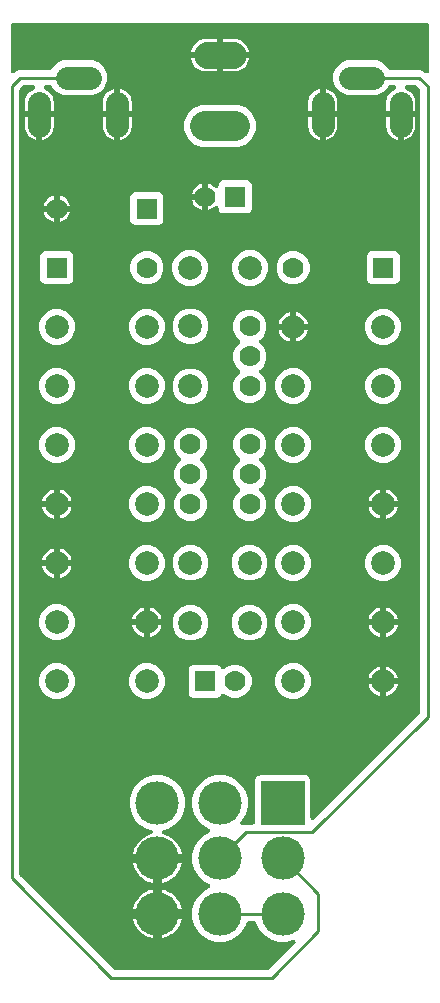
<source format=gbr>
G04 EAGLE Gerber RS-274X export*
G75*
%MOMM*%
%FSLAX34Y34*%
%LPD*%
%INTop Copper*%
%IPPOS*%
%AMOC8*
5,1,8,0,0,1.08239X$1,22.5*%
G01*
%ADD10C,2.000000*%
%ADD11R,1.778000X1.778000*%
%ADD12C,1.778000*%
%ADD13C,2.500000*%
%ADD14C,2.250000*%
%ADD15R,3.683000X3.683000*%
%ADD16C,3.683000*%
%ADD17C,1.930400*%
%ADD18C,0.254000*%

G36*
X230407Y25398D02*
X230407Y25398D01*
X230433Y25396D01*
X230607Y25418D01*
X230781Y25436D01*
X230806Y25444D01*
X230833Y25447D01*
X230998Y25503D01*
X231165Y25554D01*
X231189Y25567D01*
X231214Y25575D01*
X231366Y25662D01*
X231520Y25746D01*
X231540Y25763D01*
X231563Y25776D01*
X231816Y25991D01*
X253350Y47525D01*
X253397Y47581D01*
X253450Y47632D01*
X253524Y47737D01*
X253605Y47836D01*
X253640Y47901D01*
X253682Y47961D01*
X253734Y48079D01*
X253794Y48192D01*
X253815Y48262D01*
X253844Y48329D01*
X253872Y48455D01*
X253909Y48578D01*
X253915Y48651D01*
X253931Y48722D01*
X253934Y48851D01*
X253945Y48979D01*
X253937Y49052D01*
X253939Y49125D01*
X253916Y49251D01*
X253902Y49379D01*
X253880Y49449D01*
X253866Y49521D01*
X253819Y49640D01*
X253780Y49763D01*
X253745Y49827D01*
X253718Y49895D01*
X253648Y50003D01*
X253585Y50115D01*
X253538Y50171D01*
X253498Y50233D01*
X253408Y50324D01*
X253325Y50422D01*
X253267Y50468D01*
X253216Y50520D01*
X253110Y50592D01*
X253009Y50672D01*
X252944Y50705D01*
X252883Y50746D01*
X252765Y50796D01*
X252650Y50854D01*
X252579Y50874D01*
X252512Y50902D01*
X252386Y50928D01*
X252262Y50962D01*
X252189Y50968D01*
X252117Y50982D01*
X251989Y50982D01*
X251861Y50992D01*
X251788Y50982D01*
X251715Y50982D01*
X251548Y50952D01*
X251461Y50941D01*
X251430Y50931D01*
X251388Y50923D01*
X246093Y49504D01*
X239907Y49504D01*
X233931Y51105D01*
X228573Y54199D01*
X224199Y58573D01*
X221105Y63931D01*
X220781Y65144D01*
X220726Y65289D01*
X220678Y65436D01*
X220655Y65477D01*
X220638Y65520D01*
X220556Y65652D01*
X220480Y65787D01*
X220449Y65822D01*
X220425Y65862D01*
X220318Y65974D01*
X220217Y66092D01*
X220180Y66120D01*
X220148Y66154D01*
X220021Y66243D01*
X219899Y66338D01*
X219857Y66359D01*
X219819Y66386D01*
X219677Y66449D01*
X219538Y66518D01*
X219493Y66530D01*
X219450Y66548D01*
X219299Y66582D01*
X219149Y66622D01*
X219097Y66626D01*
X219057Y66635D01*
X218971Y66637D01*
X218818Y66649D01*
X214182Y66649D01*
X214027Y66634D01*
X213872Y66626D01*
X213827Y66614D01*
X213781Y66609D01*
X213633Y66564D01*
X213482Y66525D01*
X213441Y66505D01*
X213396Y66491D01*
X213260Y66417D01*
X213120Y66350D01*
X213083Y66322D01*
X213042Y66299D01*
X212923Y66200D01*
X212799Y66106D01*
X212768Y66072D01*
X212733Y66042D01*
X212636Y65921D01*
X212533Y65805D01*
X212510Y65764D01*
X212480Y65728D01*
X212409Y65591D01*
X212331Y65456D01*
X212313Y65407D01*
X212295Y65371D01*
X212271Y65288D01*
X212219Y65144D01*
X211895Y63931D01*
X208801Y58573D01*
X204427Y54199D01*
X199069Y51105D01*
X193093Y49504D01*
X186907Y49504D01*
X180931Y51105D01*
X175573Y54199D01*
X171199Y58573D01*
X168105Y63931D01*
X166504Y69907D01*
X166504Y76093D01*
X168105Y82069D01*
X171199Y87427D01*
X175573Y91801D01*
X180665Y94741D01*
X180721Y94781D01*
X180771Y94808D01*
X180821Y94850D01*
X180907Y94905D01*
X180947Y94943D01*
X180992Y94976D01*
X181061Y95050D01*
X181080Y95066D01*
X181101Y95092D01*
X181197Y95184D01*
X181228Y95230D01*
X181266Y95271D01*
X181343Y95395D01*
X181426Y95515D01*
X181448Y95566D01*
X181477Y95614D01*
X181527Y95751D01*
X181585Y95885D01*
X181597Y95939D01*
X181616Y95991D01*
X181638Y96136D01*
X181668Y96279D01*
X181669Y96335D01*
X181677Y96389D01*
X181671Y96535D01*
X181672Y96682D01*
X181662Y96736D01*
X181659Y96792D01*
X181624Y96933D01*
X181597Y97077D01*
X181576Y97129D01*
X181562Y97182D01*
X181500Y97314D01*
X181445Y97450D01*
X181414Y97496D01*
X181390Y97546D01*
X181303Y97663D01*
X181222Y97785D01*
X181183Y97825D01*
X181150Y97869D01*
X181041Y97967D01*
X180938Y98070D01*
X180886Y98106D01*
X180850Y98138D01*
X180778Y98181D01*
X180665Y98259D01*
X175573Y101199D01*
X171199Y105573D01*
X168105Y110931D01*
X166504Y116907D01*
X166504Y123093D01*
X168105Y129069D01*
X171199Y134427D01*
X175573Y138801D01*
X180665Y141741D01*
X180784Y141826D01*
X180907Y141905D01*
X180947Y141943D01*
X180992Y141976D01*
X181092Y142083D01*
X181197Y142184D01*
X181228Y142230D01*
X181266Y142271D01*
X181343Y142395D01*
X181426Y142515D01*
X181448Y142566D01*
X181477Y142614D01*
X181527Y142751D01*
X181585Y142885D01*
X181597Y142939D01*
X181616Y142991D01*
X181638Y143136D01*
X181668Y143279D01*
X181669Y143335D01*
X181677Y143389D01*
X181671Y143535D01*
X181672Y143682D01*
X181662Y143736D01*
X181659Y143792D01*
X181624Y143933D01*
X181597Y144077D01*
X181576Y144129D01*
X181562Y144182D01*
X181500Y144314D01*
X181445Y144450D01*
X181414Y144496D01*
X181390Y144546D01*
X181303Y144664D01*
X181222Y144785D01*
X181183Y144825D01*
X181150Y144869D01*
X181041Y144967D01*
X180938Y145070D01*
X180886Y145106D01*
X180850Y145138D01*
X180778Y145181D01*
X180665Y145259D01*
X175573Y148199D01*
X171199Y152573D01*
X168105Y157931D01*
X166504Y163907D01*
X166504Y170093D01*
X168105Y176069D01*
X171199Y181427D01*
X175573Y185801D01*
X180931Y188895D01*
X186907Y190496D01*
X193093Y190496D01*
X199069Y188895D01*
X204427Y185801D01*
X208801Y181427D01*
X211895Y176069D01*
X213496Y170093D01*
X213496Y163907D01*
X211895Y157931D01*
X208801Y152573D01*
X207647Y151419D01*
X207644Y151416D01*
X207640Y151412D01*
X207516Y151259D01*
X207392Y151108D01*
X207390Y151103D01*
X207387Y151100D01*
X207295Y150925D01*
X207204Y150752D01*
X207202Y150748D01*
X207200Y150743D01*
X207145Y150554D01*
X207089Y150366D01*
X207088Y150361D01*
X207087Y150357D01*
X207070Y150164D01*
X207052Y149965D01*
X207053Y149960D01*
X207052Y149956D01*
X207074Y149763D01*
X207096Y149565D01*
X207097Y149560D01*
X207098Y149556D01*
X207157Y149370D01*
X207217Y149181D01*
X207220Y149177D01*
X207221Y149172D01*
X207316Y149002D01*
X207412Y148829D01*
X207415Y148825D01*
X207418Y148821D01*
X207545Y148672D01*
X207673Y148522D01*
X207676Y148519D01*
X207679Y148515D01*
X207831Y148396D01*
X207988Y148272D01*
X207993Y148270D01*
X207997Y148267D01*
X208167Y148181D01*
X208347Y148090D01*
X208352Y148088D01*
X208356Y148086D01*
X208541Y148036D01*
X208735Y147982D01*
X208740Y147981D01*
X208745Y147980D01*
X208937Y147967D01*
X209137Y147952D01*
X209142Y147953D01*
X209146Y147953D01*
X209341Y147978D01*
X209536Y148003D01*
X209541Y148004D01*
X209546Y148005D01*
X209862Y148107D01*
X210913Y148542D01*
X212173Y148542D01*
X212174Y148542D01*
X213836Y148543D01*
X213843Y148542D01*
X217473Y148542D01*
X217491Y148544D01*
X217509Y148543D01*
X217691Y148564D01*
X217874Y148582D01*
X217891Y148587D01*
X217908Y148590D01*
X218083Y148646D01*
X218259Y148700D01*
X218274Y148709D01*
X218291Y148714D01*
X218451Y148805D01*
X218613Y148892D01*
X218626Y148904D01*
X218642Y148912D01*
X218781Y149033D01*
X218922Y149150D01*
X218933Y149164D01*
X218947Y149175D01*
X219059Y149320D01*
X219174Y149464D01*
X219182Y149479D01*
X219193Y149494D01*
X219275Y149658D01*
X219360Y149821D01*
X219365Y149838D01*
X219373Y149854D01*
X219420Y150032D01*
X219471Y150208D01*
X219473Y150226D01*
X219477Y150243D01*
X219504Y150574D01*
X219504Y186426D01*
X220278Y188293D01*
X221707Y189722D01*
X222583Y190085D01*
X223574Y190496D01*
X262426Y190496D01*
X264293Y189722D01*
X265722Y188293D01*
X266496Y186426D01*
X266496Y154574D01*
X266497Y154565D01*
X266496Y154556D01*
X266517Y154363D01*
X266536Y154173D01*
X266538Y154165D01*
X266539Y154156D01*
X266598Y153971D01*
X266654Y153789D01*
X266658Y153781D01*
X266661Y153772D01*
X266754Y153604D01*
X266846Y153434D01*
X266851Y153428D01*
X266856Y153420D01*
X266980Y153273D01*
X267103Y153125D01*
X267110Y153120D01*
X267116Y153113D01*
X267268Y152993D01*
X267417Y152873D01*
X267425Y152869D01*
X267432Y152863D01*
X267605Y152775D01*
X267774Y152687D01*
X267783Y152685D01*
X267791Y152681D01*
X267977Y152629D01*
X268161Y152576D01*
X268170Y152575D01*
X268179Y152573D01*
X268372Y152559D01*
X268563Y152543D01*
X268571Y152544D01*
X268580Y152543D01*
X268773Y152568D01*
X268962Y152590D01*
X268971Y152593D01*
X268980Y152594D01*
X269162Y152655D01*
X269345Y152715D01*
X269353Y152719D01*
X269361Y152722D01*
X269528Y152818D01*
X269696Y152913D01*
X269703Y152919D01*
X269710Y152923D01*
X269963Y153138D01*
X358906Y242081D01*
X358923Y242101D01*
X358943Y242119D01*
X359050Y242257D01*
X359161Y242392D01*
X359174Y242416D01*
X359190Y242437D01*
X359268Y242594D01*
X359350Y242748D01*
X359357Y242773D01*
X359369Y242797D01*
X359415Y242967D01*
X359465Y243134D01*
X359467Y243160D01*
X359474Y243186D01*
X359501Y243517D01*
X359501Y770262D01*
X359498Y770289D01*
X359500Y770316D01*
X359478Y770490D01*
X359461Y770663D01*
X359453Y770689D01*
X359450Y770715D01*
X359394Y770881D01*
X359343Y771048D01*
X359330Y771072D01*
X359322Y771097D01*
X359234Y771249D01*
X359151Y771402D01*
X359134Y771423D01*
X359121Y771446D01*
X358906Y771699D01*
X356536Y774069D01*
X356515Y774086D01*
X356497Y774107D01*
X356359Y774214D01*
X356224Y774324D01*
X356200Y774337D01*
X356179Y774354D01*
X356022Y774431D01*
X355869Y774513D01*
X355843Y774521D01*
X355818Y774533D01*
X355650Y774578D01*
X355483Y774628D01*
X355456Y774630D01*
X355430Y774637D01*
X355099Y774664D01*
X348858Y774662D01*
X348733Y774650D01*
X348607Y774646D01*
X348533Y774630D01*
X348457Y774622D01*
X348337Y774585D01*
X348214Y774557D01*
X348145Y774526D01*
X348072Y774504D01*
X347962Y774444D01*
X347847Y774392D01*
X347785Y774348D01*
X347718Y774312D01*
X347622Y774231D01*
X347519Y774158D01*
X347468Y774103D01*
X347409Y774054D01*
X347330Y773956D01*
X347244Y773864D01*
X347205Y773799D01*
X347157Y773740D01*
X347099Y773628D01*
X347033Y773521D01*
X347007Y773450D01*
X346972Y773383D01*
X346937Y773261D01*
X346893Y773144D01*
X346881Y773069D01*
X346860Y772996D01*
X346850Y772870D01*
X346831Y772746D01*
X346834Y772670D01*
X346828Y772595D01*
X346842Y772470D01*
X346848Y772344D01*
X346866Y772270D01*
X346875Y772195D01*
X346914Y772075D01*
X346944Y771953D01*
X346976Y771884D01*
X347000Y771812D01*
X347062Y771702D01*
X347115Y771588D01*
X347160Y771527D01*
X347198Y771461D01*
X347280Y771366D01*
X347355Y771265D01*
X347412Y771214D01*
X347461Y771157D01*
X347560Y771080D01*
X347654Y770995D01*
X347729Y770949D01*
X347779Y770910D01*
X347845Y770877D01*
X347936Y770821D01*
X349390Y770080D01*
X350943Y768952D01*
X352300Y767595D01*
X353428Y766042D01*
X354299Y764332D01*
X354892Y762507D01*
X355193Y760612D01*
X355193Y752499D01*
X343468Y752499D01*
X343450Y752497D01*
X343433Y752499D01*
X343250Y752478D01*
X343068Y752459D01*
X343051Y752454D01*
X343033Y752452D01*
X342992Y752439D01*
X342898Y752466D01*
X342880Y752468D01*
X342863Y752472D01*
X342532Y752499D01*
X330807Y752499D01*
X330807Y760612D01*
X331108Y762507D01*
X331701Y764332D01*
X332572Y766042D01*
X333700Y767595D01*
X335057Y768952D01*
X336610Y770080D01*
X338056Y770817D01*
X338162Y770885D01*
X338274Y770946D01*
X338332Y770994D01*
X338395Y771035D01*
X338486Y771123D01*
X338583Y771204D01*
X338630Y771262D01*
X338684Y771315D01*
X338756Y771419D01*
X338835Y771518D01*
X338870Y771584D01*
X338913Y771646D01*
X338962Y771763D01*
X339021Y771875D01*
X339041Y771947D01*
X339071Y772016D01*
X339097Y772140D01*
X339132Y772262D01*
X339138Y772337D01*
X339153Y772410D01*
X339154Y772537D01*
X339165Y772663D01*
X339156Y772738D01*
X339157Y772813D01*
X339133Y772937D01*
X339118Y773063D01*
X339094Y773135D01*
X339080Y773208D01*
X339032Y773325D01*
X338993Y773446D01*
X338956Y773511D01*
X338927Y773581D01*
X338857Y773686D01*
X338795Y773796D01*
X338746Y773853D01*
X338704Y773916D01*
X338614Y774005D01*
X338531Y774101D01*
X338472Y774147D01*
X338419Y774200D01*
X338313Y774270D01*
X338213Y774348D01*
X338146Y774381D01*
X338083Y774423D01*
X337966Y774470D01*
X337853Y774527D01*
X337780Y774546D01*
X337711Y774575D01*
X337586Y774598D01*
X337464Y774631D01*
X337377Y774638D01*
X337315Y774650D01*
X337242Y774649D01*
X337133Y774658D01*
X334328Y774657D01*
X334306Y774655D01*
X334284Y774657D01*
X334107Y774635D01*
X333927Y774617D01*
X333906Y774611D01*
X333885Y774608D01*
X333715Y774552D01*
X333542Y774499D01*
X333523Y774488D01*
X333502Y774482D01*
X333347Y774393D01*
X333189Y774307D01*
X333172Y774293D01*
X333153Y774282D01*
X333017Y774164D01*
X332879Y774049D01*
X332866Y774032D01*
X332849Y774018D01*
X332740Y773876D01*
X332627Y773735D01*
X332617Y773716D01*
X332604Y773699D01*
X332452Y773403D01*
X332142Y772655D01*
X327997Y768510D01*
X322583Y766267D01*
X297417Y766267D01*
X292003Y768510D01*
X287858Y772655D01*
X285615Y778069D01*
X285615Y783931D01*
X287858Y789345D01*
X292003Y793490D01*
X297417Y795733D01*
X322583Y795733D01*
X327997Y793490D01*
X332142Y789345D01*
X332445Y788613D01*
X332456Y788593D01*
X332463Y788571D01*
X332551Y788415D01*
X332635Y788258D01*
X332650Y788240D01*
X332661Y788221D01*
X332778Y788085D01*
X332892Y787947D01*
X332910Y787933D01*
X332924Y787916D01*
X333066Y787806D01*
X333205Y787694D01*
X333225Y787683D01*
X333242Y787669D01*
X333403Y787590D01*
X333561Y787507D01*
X333583Y787500D01*
X333603Y787490D01*
X333775Y787444D01*
X333947Y787394D01*
X333970Y787392D01*
X333992Y787386D01*
X334323Y787359D01*
X356902Y787366D01*
X356908Y787367D01*
X358531Y787367D01*
X358532Y787367D01*
X359832Y787367D01*
X360939Y786909D01*
X360940Y786909D01*
X360940Y786908D01*
X362167Y786401D01*
X363036Y785532D01*
X363036Y785531D01*
X363416Y785152D01*
X363423Y785146D01*
X363428Y785140D01*
X363578Y785019D01*
X363728Y784897D01*
X363735Y784893D01*
X363742Y784887D01*
X363911Y784799D01*
X364083Y784708D01*
X364092Y784706D01*
X364099Y784702D01*
X364283Y784649D01*
X364469Y784594D01*
X364478Y784593D01*
X364486Y784590D01*
X364679Y784575D01*
X364870Y784557D01*
X364879Y784558D01*
X364887Y784558D01*
X365079Y784580D01*
X365271Y784601D01*
X365279Y784603D01*
X365287Y784604D01*
X365471Y784664D01*
X365654Y784723D01*
X365662Y784727D01*
X365670Y784729D01*
X365839Y784824D01*
X366007Y784917D01*
X366013Y784923D01*
X366021Y784927D01*
X366167Y785053D01*
X366314Y785178D01*
X366319Y785185D01*
X366325Y785190D01*
X366443Y785342D01*
X366563Y785494D01*
X366567Y785502D01*
X366572Y785508D01*
X366657Y785680D01*
X366745Y785853D01*
X366748Y785861D01*
X366751Y785869D01*
X366802Y786057D01*
X366853Y786241D01*
X366854Y786249D01*
X366856Y786258D01*
X366883Y786589D01*
X366883Y825045D01*
X366881Y825063D01*
X366883Y825081D01*
X366861Y825263D01*
X366843Y825446D01*
X366838Y825463D01*
X366836Y825480D01*
X366779Y825655D01*
X366725Y825831D01*
X366717Y825846D01*
X366711Y825863D01*
X366621Y826023D01*
X366533Y826185D01*
X366522Y826198D01*
X366513Y826214D01*
X366393Y826353D01*
X366276Y826494D01*
X366262Y826505D01*
X366250Y826519D01*
X366105Y826631D01*
X365962Y826746D01*
X365946Y826754D01*
X365932Y826765D01*
X365767Y826847D01*
X365604Y826932D01*
X365587Y826937D01*
X365571Y826945D01*
X365393Y826993D01*
X365218Y827043D01*
X365200Y827045D01*
X365183Y827049D01*
X364852Y827076D01*
X14852Y827076D01*
X14834Y827075D01*
X14816Y827076D01*
X14634Y827055D01*
X14451Y827036D01*
X14434Y827031D01*
X14416Y827029D01*
X14242Y826972D01*
X14066Y826918D01*
X14051Y826910D01*
X14034Y826904D01*
X13873Y826814D01*
X13712Y826727D01*
X13699Y826715D01*
X13683Y826706D01*
X13544Y826586D01*
X13403Y826469D01*
X13392Y826455D01*
X13378Y826443D01*
X13266Y826298D01*
X13151Y826155D01*
X13142Y826139D01*
X13132Y826125D01*
X13050Y825960D01*
X12965Y825798D01*
X12960Y825781D01*
X12952Y825765D01*
X12904Y825586D01*
X12854Y825411D01*
X12852Y825393D01*
X12848Y825376D01*
X12821Y825045D01*
X12821Y786899D01*
X12821Y786890D01*
X12821Y786881D01*
X12842Y786687D01*
X12861Y786498D01*
X12863Y786490D01*
X12864Y786481D01*
X12923Y786296D01*
X12979Y786113D01*
X12983Y786106D01*
X12985Y786097D01*
X13078Y785930D01*
X13170Y785759D01*
X13176Y785753D01*
X13180Y785745D01*
X13305Y785597D01*
X13428Y785450D01*
X13435Y785445D01*
X13441Y785438D01*
X13592Y785318D01*
X13742Y785198D01*
X13750Y785194D01*
X13757Y785188D01*
X13929Y785101D01*
X14099Y785012D01*
X14108Y785010D01*
X14115Y785006D01*
X14301Y784954D01*
X14486Y784901D01*
X14495Y784900D01*
X14503Y784898D01*
X14695Y784884D01*
X14887Y784868D01*
X14896Y784869D01*
X14905Y784868D01*
X15097Y784893D01*
X15287Y784915D01*
X15296Y784918D01*
X15304Y784919D01*
X15487Y784980D01*
X15670Y785040D01*
X15678Y785044D01*
X15686Y785047D01*
X15852Y785142D01*
X16021Y785238D01*
X16027Y785243D01*
X16035Y785248D01*
X16288Y785462D01*
X16391Y785565D01*
X17223Y786398D01*
X18427Y786896D01*
X18428Y786896D01*
X19558Y787364D01*
X20833Y787364D01*
X22450Y787364D01*
X22451Y787364D01*
X22452Y787364D01*
X22482Y787364D01*
X22488Y787363D01*
X45677Y787357D01*
X45699Y787360D01*
X45722Y787358D01*
X45899Y787379D01*
X46078Y787397D01*
X46099Y787404D01*
X46122Y787406D01*
X46291Y787462D01*
X46462Y787515D01*
X46482Y787526D01*
X46504Y787533D01*
X46659Y787621D01*
X46817Y787707D01*
X46834Y787721D01*
X46853Y787732D01*
X46989Y787850D01*
X47126Y787964D01*
X47140Y787982D01*
X47157Y787997D01*
X47266Y788139D01*
X47378Y788278D01*
X47389Y788298D01*
X47402Y788316D01*
X47554Y788611D01*
X47858Y789345D01*
X52003Y793490D01*
X57417Y795733D01*
X82583Y795733D01*
X87997Y793490D01*
X92142Y789345D01*
X94385Y783931D01*
X94385Y778069D01*
X92142Y772655D01*
X87997Y768510D01*
X82583Y766267D01*
X57417Y766267D01*
X52003Y768510D01*
X47858Y772655D01*
X47549Y773402D01*
X47538Y773421D01*
X47531Y773442D01*
X47443Y773599D01*
X47358Y773757D01*
X47344Y773774D01*
X47334Y773793D01*
X47216Y773929D01*
X47102Y774067D01*
X47085Y774081D01*
X47071Y774098D01*
X46929Y774208D01*
X46789Y774321D01*
X46770Y774331D01*
X46752Y774345D01*
X46591Y774425D01*
X46433Y774508D01*
X46412Y774514D01*
X46392Y774524D01*
X46218Y774571D01*
X46046Y774621D01*
X46025Y774623D01*
X46003Y774629D01*
X45673Y774656D01*
X42870Y774657D01*
X42744Y774644D01*
X42617Y774641D01*
X42544Y774624D01*
X42469Y774617D01*
X42348Y774580D01*
X42225Y774552D01*
X42156Y774521D01*
X42084Y774499D01*
X41973Y774438D01*
X41858Y774387D01*
X41797Y774343D01*
X41730Y774307D01*
X41633Y774226D01*
X41530Y774152D01*
X41479Y774097D01*
X41421Y774049D01*
X41342Y773951D01*
X41255Y773858D01*
X41216Y773794D01*
X41169Y773736D01*
X41110Y773623D01*
X41044Y773516D01*
X41018Y773445D01*
X40983Y773378D01*
X40948Y773257D01*
X40904Y773138D01*
X40892Y773064D01*
X40872Y772992D01*
X40861Y772865D01*
X40841Y772740D01*
X40845Y772665D01*
X40839Y772590D01*
X40853Y772465D01*
X40859Y772338D01*
X40877Y772265D01*
X40885Y772190D01*
X40925Y772070D01*
X40955Y771947D01*
X40987Y771879D01*
X41010Y771808D01*
X41072Y771697D01*
X41126Y771583D01*
X41171Y771522D01*
X41208Y771457D01*
X41291Y771361D01*
X41366Y771259D01*
X41422Y771209D01*
X41471Y771152D01*
X41571Y771075D01*
X41665Y770990D01*
X41739Y770944D01*
X41789Y770905D01*
X41855Y770873D01*
X41947Y770815D01*
X43390Y770080D01*
X44943Y768952D01*
X46300Y767595D01*
X47428Y766042D01*
X48299Y764332D01*
X48892Y762507D01*
X49193Y760612D01*
X49193Y752499D01*
X37468Y752499D01*
X37450Y752497D01*
X37433Y752499D01*
X37250Y752478D01*
X37068Y752459D01*
X37051Y752454D01*
X37033Y752452D01*
X36992Y752439D01*
X36898Y752466D01*
X36880Y752468D01*
X36863Y752472D01*
X36532Y752499D01*
X24807Y752499D01*
X24807Y760612D01*
X25108Y762507D01*
X25701Y764332D01*
X26572Y766042D01*
X27700Y767595D01*
X29057Y768952D01*
X30610Y770080D01*
X32059Y770819D01*
X32165Y770887D01*
X32276Y770947D01*
X32334Y770995D01*
X32398Y771036D01*
X32488Y771124D01*
X32585Y771204D01*
X32633Y771263D01*
X32687Y771316D01*
X32759Y771420D01*
X32838Y771518D01*
X32872Y771585D01*
X32915Y771648D01*
X32965Y771764D01*
X33023Y771875D01*
X33044Y771948D01*
X33074Y772018D01*
X33100Y772141D01*
X33135Y772262D01*
X33141Y772338D01*
X33156Y772412D01*
X33157Y772538D01*
X33168Y772663D01*
X33159Y772739D01*
X33159Y772814D01*
X33135Y772938D01*
X33121Y773063D01*
X33097Y773135D01*
X33083Y773210D01*
X33035Y773326D01*
X32996Y773446D01*
X32959Y773512D01*
X32930Y773582D01*
X32860Y773687D01*
X32798Y773797D01*
X32749Y773854D01*
X32707Y773917D01*
X32618Y774006D01*
X32535Y774102D01*
X32475Y774148D01*
X32422Y774201D01*
X32317Y774271D01*
X32217Y774348D01*
X32149Y774382D01*
X32086Y774424D01*
X31970Y774472D01*
X31857Y774528D01*
X31784Y774547D01*
X31713Y774576D01*
X31590Y774600D01*
X31468Y774632D01*
X31380Y774640D01*
X31318Y774652D01*
X31245Y774651D01*
X31137Y774660D01*
X24292Y774662D01*
X24265Y774659D01*
X24238Y774661D01*
X24064Y774639D01*
X23891Y774622D01*
X23865Y774614D01*
X23838Y774610D01*
X23673Y774555D01*
X23506Y774504D01*
X23482Y774491D01*
X23457Y774482D01*
X23305Y774395D01*
X23152Y774312D01*
X23131Y774295D01*
X23108Y774281D01*
X22855Y774067D01*
X20798Y772009D01*
X20781Y771989D01*
X20760Y771971D01*
X20653Y771833D01*
X20542Y771698D01*
X20530Y771674D01*
X20514Y771653D01*
X20435Y771496D01*
X20354Y771342D01*
X20346Y771317D01*
X20334Y771293D01*
X20289Y771123D01*
X20239Y770956D01*
X20237Y770930D01*
X20230Y770904D01*
X20203Y770573D01*
X20203Y106517D01*
X20205Y106490D01*
X20203Y106464D01*
X20225Y106290D01*
X20242Y106116D01*
X20250Y106091D01*
X20254Y106064D01*
X20309Y105899D01*
X20361Y105731D01*
X20373Y105708D01*
X20382Y105683D01*
X20469Y105531D01*
X20552Y105377D01*
X20569Y105357D01*
X20583Y105334D01*
X20798Y105081D01*
X99887Y25991D01*
X99908Y25974D01*
X99926Y25954D01*
X100064Y25846D01*
X100199Y25736D01*
X100223Y25723D01*
X100244Y25707D01*
X100401Y25629D01*
X100555Y25547D01*
X100580Y25539D01*
X100604Y25527D01*
X100774Y25482D01*
X100941Y25432D01*
X100967Y25430D01*
X100993Y25423D01*
X101324Y25396D01*
X230380Y25396D01*
X230407Y25398D01*
G37*
%LPC*%
G36*
X136999Y119999D02*
X136999Y119999D01*
X136999Y122032D01*
X136997Y122050D01*
X136999Y122067D01*
X136977Y122250D01*
X136959Y122433D01*
X136954Y122450D01*
X136952Y122467D01*
X136895Y122642D01*
X136841Y122817D01*
X136833Y122833D01*
X136827Y122850D01*
X136737Y123010D01*
X136649Y123172D01*
X136638Y123185D01*
X136629Y123201D01*
X136509Y123340D01*
X136392Y123481D01*
X136378Y123492D01*
X136366Y123505D01*
X136221Y123618D01*
X136078Y123733D01*
X136062Y123741D01*
X136048Y123752D01*
X135883Y123834D01*
X135720Y123919D01*
X135703Y123924D01*
X135687Y123932D01*
X135509Y123979D01*
X135334Y124030D01*
X135316Y124031D01*
X135299Y124036D01*
X134968Y124063D01*
X116398Y124063D01*
X116403Y124097D01*
X117114Y126750D01*
X118165Y129288D01*
X119539Y131667D01*
X121211Y133847D01*
X123153Y135789D01*
X125333Y137461D01*
X127712Y138835D01*
X130249Y139886D01*
X131507Y140223D01*
X131576Y140249D01*
X131647Y140266D01*
X131764Y140320D01*
X131884Y140365D01*
X131946Y140404D01*
X132012Y140435D01*
X132116Y140511D01*
X132225Y140579D01*
X132278Y140629D01*
X132337Y140673D01*
X132424Y140768D01*
X132517Y140856D01*
X132560Y140916D01*
X132609Y140970D01*
X132675Y141080D01*
X132749Y141185D01*
X132779Y141252D01*
X132817Y141315D01*
X132860Y141436D01*
X132912Y141553D01*
X132928Y141625D01*
X132952Y141694D01*
X132971Y141821D01*
X132999Y141947D01*
X133000Y142020D01*
X133011Y142092D01*
X133004Y142221D01*
X133006Y142349D01*
X132993Y142421D01*
X132989Y142494D01*
X132957Y142619D01*
X132934Y142745D01*
X132907Y142813D01*
X132889Y142884D01*
X132833Y143000D01*
X132785Y143119D01*
X132745Y143181D01*
X132713Y143247D01*
X132636Y143349D01*
X132566Y143457D01*
X132514Y143509D01*
X132470Y143567D01*
X132373Y143653D01*
X132284Y143744D01*
X132223Y143785D01*
X132168Y143834D01*
X132057Y143898D01*
X131951Y143970D01*
X131883Y143999D01*
X131820Y144035D01*
X131660Y144093D01*
X131579Y144126D01*
X131547Y144133D01*
X131507Y144147D01*
X127931Y145105D01*
X122573Y148199D01*
X118199Y152573D01*
X115105Y157931D01*
X113504Y163907D01*
X113504Y170093D01*
X115105Y176069D01*
X118199Y181427D01*
X122573Y185801D01*
X127931Y188895D01*
X133907Y190496D01*
X140093Y190496D01*
X146069Y188895D01*
X151427Y185801D01*
X155801Y181427D01*
X158895Y176069D01*
X160496Y170093D01*
X160496Y163907D01*
X158895Y157931D01*
X155801Y152573D01*
X151427Y148199D01*
X146069Y145105D01*
X142493Y144147D01*
X142424Y144121D01*
X142353Y144104D01*
X142236Y144050D01*
X142116Y144005D01*
X142054Y143966D01*
X141988Y143935D01*
X141884Y143859D01*
X141775Y143791D01*
X141722Y143741D01*
X141663Y143698D01*
X141576Y143603D01*
X141483Y143514D01*
X141440Y143455D01*
X141391Y143400D01*
X141325Y143291D01*
X141251Y143185D01*
X141221Y143118D01*
X141183Y143056D01*
X141140Y142935D01*
X141088Y142817D01*
X141072Y142746D01*
X141048Y142677D01*
X141029Y142549D01*
X141001Y142424D01*
X141000Y142351D01*
X140989Y142278D01*
X140996Y142150D01*
X140994Y142021D01*
X141007Y141949D01*
X141011Y141876D01*
X141043Y141751D01*
X141066Y141625D01*
X141093Y141557D01*
X141111Y141486D01*
X141167Y141371D01*
X141215Y141251D01*
X141255Y141190D01*
X141287Y141124D01*
X141364Y141021D01*
X141434Y140914D01*
X141486Y140861D01*
X141530Y140803D01*
X141627Y140718D01*
X141716Y140626D01*
X141777Y140585D01*
X141832Y140537D01*
X141943Y140472D01*
X142049Y140400D01*
X142117Y140372D01*
X142180Y140335D01*
X142340Y140278D01*
X142421Y140244D01*
X142453Y140237D01*
X142493Y140223D01*
X143751Y139886D01*
X146288Y138835D01*
X148667Y137461D01*
X150847Y135789D01*
X152789Y133847D01*
X154461Y131667D01*
X155835Y129288D01*
X156886Y126750D01*
X157597Y124097D01*
X157602Y124063D01*
X139032Y124063D01*
X139014Y124061D01*
X138997Y124063D01*
X138814Y124041D01*
X138632Y124023D01*
X138614Y124018D01*
X138597Y124016D01*
X138422Y123959D01*
X138247Y123905D01*
X138231Y123897D01*
X138214Y123891D01*
X138054Y123801D01*
X137893Y123713D01*
X137879Y123702D01*
X137863Y123693D01*
X137724Y123573D01*
X137583Y123456D01*
X137572Y123442D01*
X137559Y123430D01*
X137446Y123285D01*
X137331Y123142D01*
X137323Y123126D01*
X137312Y123112D01*
X137230Y122947D01*
X137145Y122785D01*
X137141Y122768D01*
X137133Y122751D01*
X137085Y122573D01*
X137034Y122398D01*
X137033Y122380D01*
X137028Y122363D01*
X137001Y122032D01*
X137001Y119999D01*
X136999Y119999D01*
G37*
%LPD*%
%LPC*%
G36*
X174003Y722419D02*
X174003Y722419D01*
X167541Y725096D01*
X162596Y730041D01*
X159919Y736503D01*
X159919Y743497D01*
X162596Y749959D01*
X167541Y754904D01*
X172127Y756804D01*
X174003Y757581D01*
X205997Y757581D01*
X212459Y754904D01*
X217404Y749959D01*
X220081Y743497D01*
X220081Y736503D01*
X217404Y730041D01*
X212459Y725096D01*
X205997Y722419D01*
X174003Y722419D01*
G37*
%LPD*%
%LPC*%
G36*
X212221Y505629D02*
X212221Y505629D01*
X207086Y507756D01*
X203156Y511686D01*
X201029Y516821D01*
X201029Y522379D01*
X203156Y527514D01*
X206506Y530864D01*
X206517Y530878D01*
X206531Y530889D01*
X206645Y531033D01*
X206761Y531175D01*
X206770Y531191D01*
X206781Y531205D01*
X206864Y531369D01*
X206950Y531531D01*
X206955Y531548D01*
X206963Y531564D01*
X207012Y531741D01*
X207065Y531917D01*
X207066Y531935D01*
X207071Y531952D01*
X207084Y532135D01*
X207101Y532318D01*
X207099Y532336D01*
X207100Y532353D01*
X207077Y532535D01*
X207058Y532718D01*
X207052Y532735D01*
X207050Y532753D01*
X206992Y532927D01*
X206936Y533102D01*
X206927Y533118D01*
X206922Y533134D01*
X206830Y533294D01*
X206741Y533454D01*
X206730Y533468D01*
X206721Y533483D01*
X206506Y533736D01*
X203156Y537086D01*
X201029Y542221D01*
X201029Y547779D01*
X203156Y552914D01*
X206506Y556264D01*
X206517Y556278D01*
X206531Y556289D01*
X206645Y556433D01*
X206761Y556575D01*
X206770Y556591D01*
X206781Y556605D01*
X206864Y556769D01*
X206950Y556931D01*
X206955Y556948D01*
X206963Y556964D01*
X207012Y557141D01*
X207065Y557317D01*
X207066Y557335D01*
X207071Y557352D01*
X207084Y557535D01*
X207101Y557718D01*
X207099Y557736D01*
X207100Y557753D01*
X207077Y557935D01*
X207058Y558118D01*
X207052Y558135D01*
X207050Y558153D01*
X206992Y558327D01*
X206936Y558502D01*
X206927Y558518D01*
X206922Y558534D01*
X206830Y558694D01*
X206741Y558854D01*
X206730Y558868D01*
X206721Y558883D01*
X206506Y559136D01*
X203156Y562486D01*
X201029Y567621D01*
X201029Y573179D01*
X203156Y578314D01*
X207086Y582244D01*
X212221Y584371D01*
X217779Y584371D01*
X222914Y582244D01*
X226844Y578314D01*
X228971Y573179D01*
X228971Y567621D01*
X226844Y562486D01*
X223494Y559136D01*
X223483Y559123D01*
X223469Y559111D01*
X223355Y558967D01*
X223239Y558825D01*
X223230Y558809D01*
X223219Y558795D01*
X223136Y558631D01*
X223050Y558469D01*
X223045Y558452D01*
X223037Y558436D01*
X222988Y558259D01*
X222935Y558083D01*
X222934Y558065D01*
X222929Y558048D01*
X222916Y557865D01*
X222899Y557682D01*
X222901Y557664D01*
X222900Y557647D01*
X222923Y557465D01*
X222942Y557282D01*
X222948Y557265D01*
X222950Y557247D01*
X223008Y557074D01*
X223064Y556898D01*
X223073Y556882D01*
X223078Y556866D01*
X223170Y556706D01*
X223259Y556546D01*
X223270Y556532D01*
X223279Y556517D01*
X223494Y556264D01*
X226844Y552914D01*
X228971Y547779D01*
X228971Y542221D01*
X226844Y537086D01*
X223494Y533736D01*
X223483Y533723D01*
X223469Y533711D01*
X223355Y533567D01*
X223239Y533425D01*
X223230Y533409D01*
X223219Y533395D01*
X223136Y533231D01*
X223050Y533069D01*
X223045Y533052D01*
X223037Y533036D01*
X222988Y532858D01*
X222935Y532683D01*
X222934Y532665D01*
X222929Y532648D01*
X222916Y532465D01*
X222899Y532282D01*
X222901Y532264D01*
X222900Y532247D01*
X222923Y532065D01*
X222942Y531882D01*
X222948Y531865D01*
X222950Y531847D01*
X223008Y531674D01*
X223064Y531498D01*
X223073Y531482D01*
X223078Y531466D01*
X223170Y531306D01*
X223259Y531146D01*
X223270Y531132D01*
X223279Y531117D01*
X223494Y530864D01*
X226844Y527514D01*
X228971Y522379D01*
X228971Y516821D01*
X226844Y511686D01*
X222914Y507756D01*
X217779Y505629D01*
X212221Y505629D01*
G37*
%LPD*%
%LPC*%
G36*
X212221Y405629D02*
X212221Y405629D01*
X207086Y407756D01*
X203156Y411686D01*
X201029Y416821D01*
X201029Y422379D01*
X203156Y427514D01*
X206506Y430864D01*
X206517Y430878D01*
X206531Y430889D01*
X206645Y431033D01*
X206761Y431175D01*
X206770Y431191D01*
X206781Y431205D01*
X206864Y431369D01*
X206950Y431531D01*
X206955Y431548D01*
X206963Y431564D01*
X207012Y431741D01*
X207065Y431917D01*
X207066Y431935D01*
X207071Y431952D01*
X207084Y432135D01*
X207101Y432318D01*
X207099Y432336D01*
X207100Y432353D01*
X207077Y432535D01*
X207058Y432718D01*
X207052Y432735D01*
X207050Y432753D01*
X206992Y432927D01*
X206936Y433102D01*
X206927Y433118D01*
X206922Y433134D01*
X206830Y433294D01*
X206741Y433454D01*
X206730Y433468D01*
X206721Y433483D01*
X206506Y433736D01*
X203156Y437086D01*
X201029Y442221D01*
X201029Y447779D01*
X203156Y452914D01*
X206506Y456264D01*
X206517Y456278D01*
X206531Y456289D01*
X206645Y456433D01*
X206761Y456575D01*
X206770Y456591D01*
X206781Y456605D01*
X206864Y456769D01*
X206950Y456931D01*
X206955Y456948D01*
X206963Y456964D01*
X207012Y457141D01*
X207065Y457317D01*
X207066Y457335D01*
X207071Y457352D01*
X207084Y457535D01*
X207101Y457718D01*
X207099Y457736D01*
X207100Y457753D01*
X207077Y457935D01*
X207058Y458118D01*
X207052Y458135D01*
X207050Y458153D01*
X206992Y458327D01*
X206936Y458502D01*
X206927Y458518D01*
X206922Y458534D01*
X206830Y458694D01*
X206741Y458854D01*
X206730Y458868D01*
X206721Y458883D01*
X206506Y459136D01*
X203156Y462486D01*
X201029Y467621D01*
X201029Y473179D01*
X203156Y478314D01*
X207086Y482244D01*
X212221Y484371D01*
X217779Y484371D01*
X222914Y482244D01*
X226844Y478314D01*
X228971Y473179D01*
X228971Y467621D01*
X226844Y462486D01*
X223494Y459136D01*
X223483Y459123D01*
X223469Y459111D01*
X223355Y458967D01*
X223239Y458825D01*
X223230Y458809D01*
X223219Y458795D01*
X223136Y458631D01*
X223050Y458469D01*
X223045Y458452D01*
X223037Y458436D01*
X222988Y458259D01*
X222935Y458083D01*
X222934Y458065D01*
X222929Y458048D01*
X222916Y457865D01*
X222899Y457682D01*
X222901Y457664D01*
X222900Y457647D01*
X222923Y457465D01*
X222942Y457282D01*
X222948Y457265D01*
X222950Y457247D01*
X223008Y457074D01*
X223064Y456898D01*
X223073Y456882D01*
X223078Y456866D01*
X223170Y456706D01*
X223259Y456546D01*
X223270Y456532D01*
X223279Y456517D01*
X223494Y456264D01*
X226844Y452914D01*
X228971Y447779D01*
X228971Y442221D01*
X226844Y437086D01*
X223494Y433736D01*
X223483Y433723D01*
X223469Y433711D01*
X223355Y433567D01*
X223239Y433425D01*
X223230Y433409D01*
X223219Y433395D01*
X223136Y433231D01*
X223050Y433069D01*
X223045Y433052D01*
X223037Y433036D01*
X222988Y432859D01*
X222935Y432683D01*
X222934Y432665D01*
X222929Y432648D01*
X222916Y432465D01*
X222899Y432282D01*
X222901Y432264D01*
X222900Y432247D01*
X222923Y432065D01*
X222942Y431882D01*
X222948Y431865D01*
X222950Y431847D01*
X223008Y431674D01*
X223064Y431498D01*
X223073Y431482D01*
X223078Y431466D01*
X223170Y431306D01*
X223259Y431146D01*
X223270Y431132D01*
X223279Y431117D01*
X223494Y430864D01*
X226844Y427514D01*
X228971Y422379D01*
X228971Y416821D01*
X226844Y411686D01*
X222914Y407756D01*
X217779Y405629D01*
X212221Y405629D01*
G37*
%LPD*%
%LPC*%
G36*
X162221Y405629D02*
X162221Y405629D01*
X157086Y407756D01*
X153156Y411686D01*
X151029Y416821D01*
X151029Y422379D01*
X153156Y427514D01*
X156506Y430864D01*
X156517Y430878D01*
X156531Y430889D01*
X156645Y431033D01*
X156761Y431175D01*
X156770Y431191D01*
X156781Y431205D01*
X156864Y431369D01*
X156950Y431531D01*
X156955Y431548D01*
X156963Y431564D01*
X157012Y431741D01*
X157065Y431917D01*
X157066Y431935D01*
X157071Y431952D01*
X157084Y432135D01*
X157101Y432318D01*
X157099Y432336D01*
X157100Y432353D01*
X157077Y432535D01*
X157058Y432718D01*
X157052Y432735D01*
X157050Y432753D01*
X156992Y432927D01*
X156936Y433102D01*
X156927Y433118D01*
X156922Y433134D01*
X156830Y433294D01*
X156741Y433454D01*
X156730Y433468D01*
X156721Y433483D01*
X156506Y433736D01*
X153156Y437086D01*
X151029Y442221D01*
X151029Y447779D01*
X153156Y452914D01*
X156506Y456264D01*
X156517Y456277D01*
X156531Y456289D01*
X156645Y456433D01*
X156761Y456575D01*
X156770Y456591D01*
X156781Y456605D01*
X156864Y456769D01*
X156950Y456931D01*
X156955Y456948D01*
X156963Y456964D01*
X157012Y457141D01*
X157065Y457317D01*
X157066Y457335D01*
X157071Y457352D01*
X157084Y457535D01*
X157101Y457718D01*
X157099Y457736D01*
X157100Y457753D01*
X157077Y457935D01*
X157058Y458118D01*
X157052Y458135D01*
X157050Y458153D01*
X156992Y458326D01*
X156936Y458502D01*
X156927Y458518D01*
X156922Y458534D01*
X156830Y458694D01*
X156741Y458854D01*
X156730Y458868D01*
X156721Y458883D01*
X156506Y459136D01*
X153156Y462486D01*
X151029Y467621D01*
X151029Y473179D01*
X153156Y478314D01*
X157086Y482244D01*
X162221Y484371D01*
X167779Y484371D01*
X172914Y482244D01*
X176844Y478314D01*
X178971Y473179D01*
X178971Y467621D01*
X176844Y462486D01*
X173494Y459136D01*
X173483Y459122D01*
X173469Y459111D01*
X173355Y458967D01*
X173239Y458825D01*
X173230Y458809D01*
X173219Y458795D01*
X173136Y458631D01*
X173050Y458469D01*
X173045Y458452D01*
X173037Y458436D01*
X172988Y458259D01*
X172935Y458083D01*
X172934Y458065D01*
X172929Y458048D01*
X172916Y457865D01*
X172899Y457682D01*
X172901Y457664D01*
X172900Y457647D01*
X172923Y457465D01*
X172942Y457282D01*
X172948Y457265D01*
X172950Y457247D01*
X173008Y457073D01*
X173064Y456898D01*
X173073Y456882D01*
X173078Y456866D01*
X173170Y456706D01*
X173259Y456546D01*
X173270Y456532D01*
X173279Y456517D01*
X173494Y456264D01*
X176844Y452914D01*
X178971Y447779D01*
X178971Y442221D01*
X176844Y437086D01*
X173494Y433736D01*
X173483Y433723D01*
X173469Y433711D01*
X173355Y433567D01*
X173239Y433425D01*
X173230Y433409D01*
X173219Y433395D01*
X173136Y433231D01*
X173050Y433069D01*
X173045Y433052D01*
X173037Y433036D01*
X172988Y432859D01*
X172935Y432683D01*
X172934Y432665D01*
X172929Y432648D01*
X172916Y432465D01*
X172899Y432282D01*
X172901Y432264D01*
X172900Y432247D01*
X172923Y432065D01*
X172942Y431882D01*
X172948Y431865D01*
X172950Y431847D01*
X173008Y431674D01*
X173064Y431498D01*
X173073Y431482D01*
X173078Y431466D01*
X173170Y431306D01*
X173259Y431146D01*
X173270Y431132D01*
X173279Y431117D01*
X173494Y430864D01*
X176844Y427514D01*
X178971Y422379D01*
X178971Y416821D01*
X176844Y411686D01*
X172914Y407756D01*
X167779Y405629D01*
X162221Y405629D01*
G37*
%LPD*%
%LPC*%
G36*
X167399Y256029D02*
X167399Y256029D01*
X165532Y256803D01*
X164103Y258232D01*
X163329Y260099D01*
X163329Y279901D01*
X164103Y281768D01*
X165532Y283197D01*
X166317Y283523D01*
X167399Y283971D01*
X187201Y283971D01*
X189068Y283197D01*
X190497Y281768D01*
X190568Y281597D01*
X190574Y281586D01*
X190578Y281573D01*
X190669Y281408D01*
X190758Y281243D01*
X190767Y281232D01*
X190773Y281220D01*
X190895Y281076D01*
X191015Y280932D01*
X191025Y280924D01*
X191034Y280913D01*
X191181Y280797D01*
X191327Y280678D01*
X191339Y280672D01*
X191350Y280664D01*
X191516Y280579D01*
X191684Y280491D01*
X191697Y280488D01*
X191708Y280482D01*
X191889Y280431D01*
X192070Y280378D01*
X192083Y280377D01*
X192096Y280374D01*
X192285Y280360D01*
X192471Y280344D01*
X192484Y280345D01*
X192498Y280344D01*
X192686Y280368D01*
X192871Y280389D01*
X192884Y280393D01*
X192897Y280395D01*
X193076Y280454D01*
X193255Y280512D01*
X193266Y280519D01*
X193279Y280523D01*
X193441Y280616D01*
X193606Y280708D01*
X193616Y280717D01*
X193628Y280724D01*
X193881Y280938D01*
X194786Y281844D01*
X199921Y283971D01*
X205479Y283971D01*
X210614Y281844D01*
X214544Y277914D01*
X216671Y272779D01*
X216671Y267221D01*
X214544Y262086D01*
X210614Y258156D01*
X205479Y256029D01*
X199921Y256029D01*
X194786Y258156D01*
X193881Y259062D01*
X193871Y259070D01*
X193862Y259080D01*
X193715Y259197D01*
X193569Y259317D01*
X193558Y259323D01*
X193547Y259331D01*
X193380Y259417D01*
X193214Y259505D01*
X193201Y259509D01*
X193189Y259515D01*
X193009Y259566D01*
X192828Y259620D01*
X192814Y259621D01*
X192802Y259625D01*
X192616Y259639D01*
X192427Y259656D01*
X192413Y259655D01*
X192400Y259656D01*
X192215Y259634D01*
X192027Y259613D01*
X192014Y259609D01*
X192000Y259607D01*
X191823Y259549D01*
X191643Y259492D01*
X191631Y259485D01*
X191618Y259481D01*
X191455Y259388D01*
X191290Y259297D01*
X191280Y259288D01*
X191268Y259281D01*
X191127Y259158D01*
X190983Y259036D01*
X190975Y259026D01*
X190965Y259017D01*
X190850Y258867D01*
X190734Y258720D01*
X190728Y258708D01*
X190720Y258698D01*
X190568Y258403D01*
X190497Y258232D01*
X189068Y256803D01*
X187201Y256029D01*
X167399Y256029D01*
G37*
%LPD*%
%LPC*%
G36*
X192799Y666029D02*
X192799Y666029D01*
X190932Y666803D01*
X189503Y668232D01*
X188729Y670099D01*
X188729Y670360D01*
X188728Y670369D01*
X188729Y670378D01*
X188709Y670568D01*
X188689Y670761D01*
X188687Y670769D01*
X188686Y670778D01*
X188628Y670961D01*
X188571Y671145D01*
X188567Y671153D01*
X188564Y671162D01*
X188471Y671330D01*
X188379Y671499D01*
X188374Y671506D01*
X188369Y671514D01*
X188245Y671661D01*
X188122Y671809D01*
X188115Y671814D01*
X188109Y671821D01*
X187958Y671941D01*
X187808Y672061D01*
X187800Y672065D01*
X187793Y672071D01*
X187621Y672158D01*
X187451Y672247D01*
X187442Y672249D01*
X187434Y672253D01*
X187249Y672305D01*
X187064Y672358D01*
X187055Y672359D01*
X187046Y672361D01*
X186854Y672375D01*
X186662Y672391D01*
X186654Y672390D01*
X186645Y672390D01*
X186453Y672366D01*
X186263Y672344D01*
X186254Y672341D01*
X186245Y672340D01*
X186063Y672279D01*
X185880Y672219D01*
X185872Y672215D01*
X185864Y672212D01*
X185696Y672116D01*
X185529Y672021D01*
X185522Y672015D01*
X185515Y672011D01*
X185262Y671796D01*
X184747Y671281D01*
X183291Y670224D01*
X181688Y669407D01*
X179977Y668851D01*
X179839Y668829D01*
X179839Y679492D01*
X179837Y679510D01*
X179839Y679527D01*
X179818Y679710D01*
X179799Y679892D01*
X179794Y679909D01*
X179792Y679927D01*
X179767Y680005D01*
X179806Y680142D01*
X179808Y680160D01*
X179812Y680177D01*
X179839Y680508D01*
X179839Y691171D01*
X179977Y691149D01*
X181688Y690593D01*
X183291Y689776D01*
X184747Y688719D01*
X185262Y688204D01*
X185269Y688198D01*
X185274Y688191D01*
X185424Y688071D01*
X185573Y687949D01*
X185581Y687945D01*
X185588Y687939D01*
X185758Y687851D01*
X185929Y687760D01*
X185938Y687757D01*
X185945Y687753D01*
X186129Y687701D01*
X186315Y687645D01*
X186324Y687644D01*
X186332Y687642D01*
X186523Y687626D01*
X186716Y687609D01*
X186725Y687610D01*
X186734Y687609D01*
X186923Y687631D01*
X187116Y687652D01*
X187125Y687655D01*
X187133Y687656D01*
X187316Y687716D01*
X187500Y687774D01*
X187508Y687778D01*
X187516Y687781D01*
X187685Y687876D01*
X187852Y687969D01*
X187859Y687974D01*
X187867Y687979D01*
X188012Y688104D01*
X188159Y688229D01*
X188165Y688236D01*
X188172Y688242D01*
X188289Y688394D01*
X188409Y688545D01*
X188413Y688553D01*
X188418Y688560D01*
X188505Y688734D01*
X188591Y688904D01*
X188594Y688912D01*
X188598Y688921D01*
X188648Y689109D01*
X188699Y689292D01*
X188700Y689301D01*
X188702Y689309D01*
X188729Y689640D01*
X188729Y689901D01*
X189503Y691768D01*
X190932Y693197D01*
X192799Y693971D01*
X212601Y693971D01*
X214468Y693197D01*
X215897Y691768D01*
X216671Y689901D01*
X216671Y670099D01*
X215897Y668232D01*
X214468Y666803D01*
X212601Y666029D01*
X192799Y666029D01*
G37*
%LPD*%
%LPC*%
G36*
X118199Y656029D02*
X118199Y656029D01*
X116332Y656803D01*
X114903Y658232D01*
X114129Y660099D01*
X114129Y679901D01*
X114903Y681768D01*
X116332Y683197D01*
X118199Y683971D01*
X138001Y683971D01*
X139868Y683197D01*
X141297Y681768D01*
X142071Y679901D01*
X142071Y660099D01*
X141297Y658232D01*
X139868Y656803D01*
X138001Y656029D01*
X118199Y656029D01*
G37*
%LPD*%
%LPC*%
G36*
X41999Y606029D02*
X41999Y606029D01*
X40132Y606803D01*
X38703Y608232D01*
X37929Y610099D01*
X37929Y629901D01*
X38703Y631768D01*
X40132Y633197D01*
X41999Y633971D01*
X61801Y633971D01*
X63668Y633197D01*
X65097Y631768D01*
X65871Y629901D01*
X65871Y610099D01*
X65097Y608232D01*
X63668Y606803D01*
X62153Y606175D01*
X61801Y606029D01*
X41999Y606029D01*
G37*
%LPD*%
%LPC*%
G36*
X318199Y606029D02*
X318199Y606029D01*
X316332Y606803D01*
X314903Y608232D01*
X314129Y610099D01*
X314129Y629901D01*
X314903Y631768D01*
X316332Y633197D01*
X318199Y633971D01*
X338001Y633971D01*
X339868Y633197D01*
X341297Y631768D01*
X342071Y629901D01*
X342071Y610099D01*
X341297Y608232D01*
X339868Y606803D01*
X338353Y606175D01*
X338001Y606029D01*
X318199Y606029D01*
G37*
%LPD*%
%LPC*%
G36*
X162000Y504519D02*
X162000Y504519D01*
X156457Y506815D01*
X152215Y511057D01*
X149919Y516600D01*
X149919Y522600D01*
X152215Y528143D01*
X156457Y532385D01*
X162000Y534681D01*
X168000Y534681D01*
X173543Y532385D01*
X177785Y528143D01*
X180081Y522600D01*
X180081Y516600D01*
X177785Y511057D01*
X173543Y506815D01*
X168000Y504519D01*
X162000Y504519D01*
G37*
%LPD*%
%LPC*%
G36*
X248900Y304919D02*
X248900Y304919D01*
X243357Y307215D01*
X239115Y311457D01*
X236819Y317000D01*
X236819Y323000D01*
X239115Y328543D01*
X243357Y332785D01*
X248900Y335081D01*
X254900Y335081D01*
X260443Y332785D01*
X264685Y328543D01*
X266981Y323000D01*
X266981Y317000D01*
X264685Y311457D01*
X260443Y307215D01*
X254900Y304919D01*
X248900Y304919D01*
G37*
%LPD*%
%LPC*%
G36*
X48900Y304919D02*
X48900Y304919D01*
X43357Y307215D01*
X39115Y311457D01*
X36819Y317000D01*
X36819Y323000D01*
X39115Y328543D01*
X43357Y332785D01*
X48900Y335081D01*
X54900Y335081D01*
X60443Y332785D01*
X64685Y328543D01*
X66981Y323000D01*
X66981Y317000D01*
X64685Y311457D01*
X60443Y307215D01*
X54900Y304919D01*
X48900Y304919D01*
G37*
%LPD*%
%LPC*%
G36*
X212000Y304519D02*
X212000Y304519D01*
X206457Y306815D01*
X202215Y311057D01*
X199919Y316600D01*
X199919Y322600D01*
X202215Y328143D01*
X206457Y332385D01*
X212000Y334681D01*
X218000Y334681D01*
X223543Y332385D01*
X227785Y328143D01*
X230081Y322600D01*
X230081Y316600D01*
X227785Y311057D01*
X223543Y306815D01*
X218000Y304519D01*
X212000Y304519D01*
G37*
%LPD*%
%LPC*%
G36*
X125099Y254932D02*
X125099Y254932D01*
X119556Y257228D01*
X115314Y261471D01*
X113018Y267013D01*
X113018Y273013D01*
X115314Y278556D01*
X119556Y282798D01*
X125099Y285094D01*
X131098Y285094D01*
X136641Y282798D01*
X140883Y278556D01*
X143179Y273013D01*
X143179Y267013D01*
X140883Y261471D01*
X136641Y257228D01*
X131098Y254932D01*
X125099Y254932D01*
G37*
%LPD*%
%LPC*%
G36*
X48899Y254932D02*
X48899Y254932D01*
X43356Y257228D01*
X39114Y261471D01*
X36818Y267013D01*
X36818Y273013D01*
X39114Y278556D01*
X43356Y282798D01*
X48899Y285094D01*
X54898Y285094D01*
X60441Y282798D01*
X64683Y278556D01*
X66979Y273013D01*
X66979Y267013D01*
X64683Y261471D01*
X60441Y257228D01*
X54898Y254932D01*
X48899Y254932D01*
G37*
%LPD*%
%LPC*%
G36*
X248900Y454919D02*
X248900Y454919D01*
X243357Y457215D01*
X239115Y461457D01*
X236819Y467000D01*
X236819Y473000D01*
X239115Y478543D01*
X243357Y482785D01*
X248900Y485081D01*
X254900Y485081D01*
X260443Y482785D01*
X264685Y478543D01*
X266981Y473000D01*
X266981Y467000D01*
X264685Y461457D01*
X260443Y457215D01*
X254900Y454919D01*
X248900Y454919D01*
G37*
%LPD*%
%LPC*%
G36*
X248900Y254919D02*
X248900Y254919D01*
X243357Y257215D01*
X239115Y261457D01*
X236819Y267000D01*
X236819Y273000D01*
X239115Y278543D01*
X243357Y282785D01*
X248900Y285081D01*
X254900Y285081D01*
X260443Y282785D01*
X264685Y278543D01*
X266981Y273000D01*
X266981Y267000D01*
X264685Y261457D01*
X260443Y257215D01*
X254900Y254919D01*
X248900Y254919D01*
G37*
%LPD*%
%LPC*%
G36*
X325100Y454919D02*
X325100Y454919D01*
X319557Y457215D01*
X315315Y461457D01*
X313019Y467000D01*
X313019Y473000D01*
X315315Y478543D01*
X319557Y482785D01*
X325100Y485081D01*
X331100Y485081D01*
X336643Y482785D01*
X340885Y478543D01*
X343181Y473000D01*
X343181Y467000D01*
X340885Y461457D01*
X336643Y457215D01*
X331100Y454919D01*
X325100Y454919D01*
G37*
%LPD*%
%LPC*%
G36*
X162000Y304519D02*
X162000Y304519D01*
X156457Y306815D01*
X152215Y311057D01*
X149919Y316600D01*
X149919Y322600D01*
X152215Y328143D01*
X156457Y332385D01*
X162000Y334681D01*
X168000Y334681D01*
X173543Y332385D01*
X177785Y328143D01*
X180081Y322600D01*
X180081Y316600D01*
X177785Y311057D01*
X173543Y306815D01*
X168000Y304519D01*
X162000Y304519D01*
G37*
%LPD*%
%LPC*%
G36*
X125100Y454919D02*
X125100Y454919D01*
X119557Y457215D01*
X115315Y461457D01*
X113019Y467000D01*
X113019Y473000D01*
X115315Y478543D01*
X119557Y482785D01*
X125100Y485081D01*
X131100Y485081D01*
X136643Y482785D01*
X140885Y478543D01*
X143181Y473000D01*
X143181Y467000D01*
X140885Y461457D01*
X136643Y457215D01*
X131100Y454919D01*
X125100Y454919D01*
G37*
%LPD*%
%LPC*%
G36*
X125100Y354919D02*
X125100Y354919D01*
X119557Y357215D01*
X115315Y361457D01*
X113019Y367000D01*
X113019Y373000D01*
X115315Y378543D01*
X119557Y382785D01*
X125100Y385081D01*
X131100Y385081D01*
X136643Y382785D01*
X140885Y378543D01*
X143181Y373000D01*
X143181Y367000D01*
X140885Y361457D01*
X136643Y357215D01*
X131100Y354919D01*
X125100Y354919D01*
G37*
%LPD*%
%LPC*%
G36*
X248900Y354919D02*
X248900Y354919D01*
X243357Y357215D01*
X239115Y361457D01*
X236819Y367000D01*
X236819Y373000D01*
X239115Y378543D01*
X243357Y382785D01*
X248900Y385081D01*
X254900Y385081D01*
X260443Y382785D01*
X264685Y378543D01*
X266981Y373000D01*
X266981Y367000D01*
X264685Y361457D01*
X260443Y357215D01*
X254900Y354919D01*
X248900Y354919D01*
G37*
%LPD*%
%LPC*%
G36*
X325100Y354919D02*
X325100Y354919D01*
X319557Y357215D01*
X315315Y361457D01*
X313019Y367000D01*
X313019Y373000D01*
X315315Y378543D01*
X319557Y382785D01*
X325100Y385081D01*
X331100Y385081D01*
X336643Y382785D01*
X340885Y378543D01*
X343181Y373000D01*
X343181Y367000D01*
X340885Y361457D01*
X336643Y357215D01*
X331100Y354919D01*
X325100Y354919D01*
G37*
%LPD*%
%LPC*%
G36*
X162000Y355319D02*
X162000Y355319D01*
X156457Y357615D01*
X152215Y361857D01*
X149919Y367400D01*
X149919Y373400D01*
X152215Y378943D01*
X156457Y383185D01*
X162000Y385481D01*
X168000Y385481D01*
X173543Y383185D01*
X177785Y378943D01*
X180081Y373400D01*
X180081Y367400D01*
X177785Y361857D01*
X173543Y357615D01*
X168000Y355319D01*
X162000Y355319D01*
G37*
%LPD*%
%LPC*%
G36*
X212000Y355319D02*
X212000Y355319D01*
X206457Y357615D01*
X202215Y361857D01*
X199919Y367400D01*
X199919Y373400D01*
X202215Y378943D01*
X206457Y383185D01*
X212000Y385481D01*
X218000Y385481D01*
X223543Y383185D01*
X227785Y378943D01*
X230081Y373400D01*
X230081Y367400D01*
X227785Y361857D01*
X223543Y357615D01*
X218000Y355319D01*
X212000Y355319D01*
G37*
%LPD*%
%LPC*%
G36*
X125100Y404919D02*
X125100Y404919D01*
X119557Y407215D01*
X115315Y411457D01*
X113019Y417000D01*
X113019Y423000D01*
X115315Y428543D01*
X119557Y432785D01*
X125100Y435081D01*
X131100Y435081D01*
X136643Y432785D01*
X140885Y428543D01*
X143181Y423000D01*
X143181Y417000D01*
X140885Y411457D01*
X136643Y407215D01*
X131100Y404919D01*
X125100Y404919D01*
G37*
%LPD*%
%LPC*%
G36*
X212400Y604919D02*
X212400Y604919D01*
X206857Y607215D01*
X202615Y611457D01*
X200319Y617000D01*
X200319Y623000D01*
X202615Y628543D01*
X206857Y632785D01*
X212400Y635081D01*
X218400Y635081D01*
X223943Y632785D01*
X228185Y628543D01*
X230481Y623000D01*
X230481Y617000D01*
X228185Y611457D01*
X223943Y607215D01*
X218400Y604919D01*
X212400Y604919D01*
G37*
%LPD*%
%LPC*%
G36*
X161600Y604919D02*
X161600Y604919D01*
X156057Y607215D01*
X151815Y611457D01*
X149519Y617000D01*
X149519Y623000D01*
X151815Y628543D01*
X156057Y632785D01*
X161600Y635081D01*
X167600Y635081D01*
X173143Y632785D01*
X177385Y628543D01*
X179681Y623000D01*
X179681Y617000D01*
X177385Y611457D01*
X173143Y607215D01*
X167600Y604919D01*
X161600Y604919D01*
G37*
%LPD*%
%LPC*%
G36*
X48900Y454919D02*
X48900Y454919D01*
X43357Y457215D01*
X39115Y461457D01*
X36819Y467000D01*
X36819Y473000D01*
X39115Y478543D01*
X43357Y482785D01*
X48900Y485081D01*
X54900Y485081D01*
X60443Y482785D01*
X64685Y478543D01*
X66981Y473000D01*
X66981Y467000D01*
X64685Y461457D01*
X60443Y457215D01*
X54900Y454919D01*
X48900Y454919D01*
G37*
%LPD*%
%LPC*%
G36*
X162000Y555319D02*
X162000Y555319D01*
X156457Y557615D01*
X152215Y561857D01*
X149919Y567400D01*
X149919Y573400D01*
X152215Y578943D01*
X156457Y583185D01*
X162000Y585481D01*
X168000Y585481D01*
X173543Y583185D01*
X177785Y578943D01*
X180081Y573400D01*
X180081Y567400D01*
X177785Y561857D01*
X173543Y557615D01*
X168000Y555319D01*
X162000Y555319D01*
G37*
%LPD*%
%LPC*%
G36*
X48900Y554919D02*
X48900Y554919D01*
X43357Y557215D01*
X39115Y561457D01*
X36819Y567000D01*
X36819Y573000D01*
X39115Y578543D01*
X43357Y582785D01*
X48900Y585081D01*
X54900Y585081D01*
X60443Y582785D01*
X64685Y578543D01*
X66981Y573000D01*
X66981Y567000D01*
X64685Y561457D01*
X60443Y557215D01*
X54900Y554919D01*
X48900Y554919D01*
G37*
%LPD*%
%LPC*%
G36*
X325100Y554919D02*
X325100Y554919D01*
X319557Y557215D01*
X315315Y561457D01*
X313019Y567000D01*
X313019Y573000D01*
X315315Y578543D01*
X319557Y582785D01*
X325100Y585081D01*
X331100Y585081D01*
X336643Y582785D01*
X340885Y578543D01*
X343181Y573000D01*
X343181Y567000D01*
X340885Y561457D01*
X336643Y557215D01*
X331100Y554919D01*
X325100Y554919D01*
G37*
%LPD*%
%LPC*%
G36*
X125100Y554919D02*
X125100Y554919D01*
X119557Y557215D01*
X115315Y561457D01*
X113019Y567000D01*
X113019Y573000D01*
X115315Y578543D01*
X119557Y582785D01*
X125100Y585081D01*
X131100Y585081D01*
X136643Y582785D01*
X140885Y578543D01*
X143181Y573000D01*
X143181Y567000D01*
X140885Y561457D01*
X136643Y557215D01*
X131100Y554919D01*
X125100Y554919D01*
G37*
%LPD*%
%LPC*%
G36*
X248900Y404919D02*
X248900Y404919D01*
X243357Y407215D01*
X239115Y411457D01*
X236819Y417000D01*
X236819Y423000D01*
X239115Y428543D01*
X243357Y432785D01*
X248900Y435081D01*
X254900Y435081D01*
X260443Y432785D01*
X264685Y428543D01*
X266981Y423000D01*
X266981Y417000D01*
X264685Y411457D01*
X260443Y407215D01*
X254900Y404919D01*
X248900Y404919D01*
G37*
%LPD*%
%LPC*%
G36*
X325100Y504919D02*
X325100Y504919D01*
X319557Y507215D01*
X315315Y511457D01*
X313019Y517000D01*
X313019Y523000D01*
X315315Y528543D01*
X319557Y532785D01*
X325100Y535081D01*
X331100Y535081D01*
X336643Y532785D01*
X340885Y528543D01*
X343181Y523000D01*
X343181Y517000D01*
X340885Y511457D01*
X336643Y507215D01*
X331100Y504919D01*
X325100Y504919D01*
G37*
%LPD*%
%LPC*%
G36*
X248900Y504919D02*
X248900Y504919D01*
X243357Y507215D01*
X239115Y511457D01*
X236819Y517000D01*
X236819Y523000D01*
X239115Y528543D01*
X243357Y532785D01*
X248900Y535081D01*
X254900Y535081D01*
X260443Y532785D01*
X264685Y528543D01*
X266981Y523000D01*
X266981Y517000D01*
X264685Y511457D01*
X260443Y507215D01*
X254900Y504919D01*
X248900Y504919D01*
G37*
%LPD*%
%LPC*%
G36*
X125100Y504919D02*
X125100Y504919D01*
X119557Y507215D01*
X115315Y511457D01*
X113019Y517000D01*
X113019Y523000D01*
X115315Y528543D01*
X119557Y532785D01*
X125100Y535081D01*
X131100Y535081D01*
X136643Y532785D01*
X140885Y528543D01*
X143181Y523000D01*
X143181Y517000D01*
X140885Y511457D01*
X136643Y507215D01*
X131100Y504919D01*
X125100Y504919D01*
G37*
%LPD*%
%LPC*%
G36*
X48900Y504919D02*
X48900Y504919D01*
X43357Y507215D01*
X39115Y511457D01*
X36819Y517000D01*
X36819Y523000D01*
X39115Y528543D01*
X43357Y532785D01*
X48900Y535081D01*
X54900Y535081D01*
X60443Y532785D01*
X64685Y528543D01*
X66981Y523000D01*
X66981Y517000D01*
X64685Y511457D01*
X60443Y507215D01*
X54900Y504919D01*
X48900Y504919D01*
G37*
%LPD*%
%LPC*%
G36*
X125321Y606029D02*
X125321Y606029D01*
X120186Y608156D01*
X116256Y612086D01*
X114129Y617221D01*
X114129Y622779D01*
X116256Y627914D01*
X120186Y631844D01*
X125321Y633971D01*
X130879Y633971D01*
X136014Y631844D01*
X139944Y627914D01*
X142071Y622779D01*
X142071Y617221D01*
X139944Y612086D01*
X136014Y608156D01*
X130879Y606029D01*
X125321Y606029D01*
G37*
%LPD*%
%LPC*%
G36*
X249121Y606029D02*
X249121Y606029D01*
X243986Y608156D01*
X240056Y612086D01*
X237929Y617221D01*
X237929Y622779D01*
X240056Y627914D01*
X243986Y631844D01*
X249121Y633971D01*
X254679Y633971D01*
X259814Y631844D01*
X263744Y627914D01*
X265871Y622779D01*
X265871Y617221D01*
X263744Y612086D01*
X259814Y608156D01*
X254679Y606029D01*
X249121Y606029D01*
G37*
%LPD*%
%LPC*%
G36*
X192499Y802499D02*
X192499Y802499D01*
X192499Y813791D01*
X202335Y813791D01*
X204479Y813451D01*
X206544Y812780D01*
X208478Y811795D01*
X210234Y810519D01*
X211769Y808984D01*
X213045Y807228D01*
X214030Y805294D01*
X214701Y803229D01*
X214817Y802499D01*
X192499Y802499D01*
G37*
%LPD*%
%LPC*%
G36*
X165183Y802499D02*
X165183Y802499D01*
X165299Y803229D01*
X165970Y805294D01*
X166955Y807228D01*
X168231Y808984D01*
X169766Y810519D01*
X171522Y811795D01*
X173456Y812780D01*
X175521Y813451D01*
X177665Y813791D01*
X187501Y813791D01*
X187501Y802499D01*
X165183Y802499D01*
G37*
%LPD*%
%LPC*%
G36*
X192499Y786209D02*
X192499Y786209D01*
X192499Y797501D01*
X214817Y797501D01*
X214701Y796771D01*
X214030Y794706D01*
X213045Y792772D01*
X211769Y791016D01*
X210234Y789481D01*
X208478Y788205D01*
X206544Y787220D01*
X204479Y786549D01*
X202335Y786209D01*
X192499Y786209D01*
G37*
%LPD*%
%LPC*%
G36*
X177665Y786209D02*
X177665Y786209D01*
X175521Y786549D01*
X173456Y787220D01*
X171522Y788205D01*
X169766Y789481D01*
X168231Y791016D01*
X166955Y792772D01*
X165970Y794706D01*
X165299Y796771D01*
X165183Y797501D01*
X187501Y797501D01*
X187501Y786209D01*
X177665Y786209D01*
G37*
%LPD*%
%LPC*%
G36*
X141063Y77063D02*
X141063Y77063D01*
X141063Y93602D01*
X141097Y93597D01*
X143750Y92886D01*
X146288Y91835D01*
X148667Y90461D01*
X150847Y88789D01*
X152789Y86847D01*
X154461Y84667D01*
X155835Y82288D01*
X156886Y79750D01*
X157597Y77097D01*
X157602Y77063D01*
X141063Y77063D01*
G37*
%LPD*%
%LPC*%
G36*
X141063Y115937D02*
X141063Y115937D01*
X157602Y115937D01*
X157597Y115903D01*
X156886Y113250D01*
X155835Y110712D01*
X154461Y108333D01*
X152789Y106153D01*
X150847Y104211D01*
X148667Y102539D01*
X146288Y101165D01*
X143750Y100114D01*
X141097Y99403D01*
X141063Y99398D01*
X141063Y115937D01*
G37*
%LPD*%
%LPC*%
G36*
X116398Y77063D02*
X116398Y77063D01*
X116403Y77097D01*
X117114Y79750D01*
X118165Y82288D01*
X119539Y84667D01*
X121211Y86847D01*
X123153Y88789D01*
X125333Y90461D01*
X127712Y91835D01*
X130250Y92886D01*
X132903Y93597D01*
X132937Y93602D01*
X132937Y77063D01*
X116398Y77063D01*
G37*
%LPD*%
%LPC*%
G36*
X141063Y68937D02*
X141063Y68937D01*
X157602Y68937D01*
X157597Y68903D01*
X156886Y66250D01*
X155835Y63712D01*
X154461Y61333D01*
X152789Y59153D01*
X150847Y57211D01*
X148667Y55539D01*
X146288Y54165D01*
X143750Y53114D01*
X141097Y52403D01*
X141063Y52398D01*
X141063Y68937D01*
G37*
%LPD*%
%LPC*%
G36*
X132903Y99403D02*
X132903Y99403D01*
X130250Y100114D01*
X127712Y101165D01*
X125333Y102539D01*
X123153Y104211D01*
X121211Y106153D01*
X119539Y108333D01*
X118165Y110712D01*
X117114Y113250D01*
X116403Y115903D01*
X116398Y115937D01*
X132937Y115937D01*
X132937Y99398D01*
X132903Y99403D01*
G37*
%LPD*%
%LPC*%
G36*
X132903Y52403D02*
X132903Y52403D01*
X130250Y53114D01*
X127712Y54165D01*
X125333Y55539D01*
X123153Y57211D01*
X121211Y59153D01*
X119539Y61333D01*
X118165Y63712D01*
X117114Y66250D01*
X116403Y68903D01*
X116398Y68937D01*
X132937Y68937D01*
X132937Y52398D01*
X132903Y52403D01*
G37*
%LPD*%
%LPC*%
G36*
X279499Y752499D02*
X279499Y752499D01*
X279499Y771601D01*
X279855Y771544D01*
X281680Y770951D01*
X283390Y770080D01*
X284943Y768952D01*
X286300Y767595D01*
X287428Y766042D01*
X288299Y764332D01*
X288892Y762507D01*
X289193Y760612D01*
X289193Y752499D01*
X279499Y752499D01*
G37*
%LPD*%
%LPC*%
G36*
X105499Y752499D02*
X105499Y752499D01*
X105499Y771601D01*
X105855Y771544D01*
X107680Y770951D01*
X109390Y770080D01*
X110943Y768952D01*
X112300Y767595D01*
X113428Y766042D01*
X114299Y764332D01*
X114892Y762507D01*
X115193Y760612D01*
X115193Y752499D01*
X105499Y752499D01*
G37*
%LPD*%
%LPC*%
G36*
X279499Y747501D02*
X279499Y747501D01*
X289193Y747501D01*
X289193Y739388D01*
X288892Y737493D01*
X288299Y735668D01*
X287428Y733958D01*
X286300Y732405D01*
X284943Y731048D01*
X283390Y729920D01*
X281680Y729049D01*
X279855Y728456D01*
X279499Y728399D01*
X279499Y747501D01*
G37*
%LPD*%
%LPC*%
G36*
X105499Y747501D02*
X105499Y747501D01*
X115193Y747501D01*
X115193Y739388D01*
X114892Y737493D01*
X114299Y735668D01*
X113428Y733958D01*
X112300Y732405D01*
X110943Y731048D01*
X109390Y729920D01*
X107680Y729049D01*
X105855Y728456D01*
X105499Y728399D01*
X105499Y747501D01*
G37*
%LPD*%
%LPC*%
G36*
X39499Y747501D02*
X39499Y747501D01*
X49193Y747501D01*
X49193Y739388D01*
X48892Y737493D01*
X48299Y735668D01*
X47428Y733958D01*
X46300Y732405D01*
X44943Y731048D01*
X43390Y729920D01*
X41680Y729049D01*
X39855Y728456D01*
X39499Y728399D01*
X39499Y747501D01*
G37*
%LPD*%
%LPC*%
G36*
X345499Y747501D02*
X345499Y747501D01*
X355193Y747501D01*
X355193Y739388D01*
X354892Y737493D01*
X354299Y735668D01*
X353428Y733958D01*
X352300Y732405D01*
X350943Y731048D01*
X349390Y729920D01*
X347680Y729049D01*
X345855Y728456D01*
X345499Y728399D01*
X345499Y747501D01*
G37*
%LPD*%
%LPC*%
G36*
X264807Y752499D02*
X264807Y752499D01*
X264807Y760612D01*
X265108Y762507D01*
X265701Y764332D01*
X266572Y766042D01*
X267700Y767595D01*
X269057Y768952D01*
X270610Y770080D01*
X272320Y770951D01*
X274145Y771544D01*
X274501Y771601D01*
X274501Y752499D01*
X264807Y752499D01*
G37*
%LPD*%
%LPC*%
G36*
X90807Y752499D02*
X90807Y752499D01*
X90807Y760612D01*
X91108Y762507D01*
X91701Y764332D01*
X92572Y766042D01*
X93700Y767595D01*
X95057Y768952D01*
X96610Y770080D01*
X98320Y770951D01*
X100145Y771544D01*
X100501Y771601D01*
X100501Y752499D01*
X90807Y752499D01*
G37*
%LPD*%
%LPC*%
G36*
X100145Y728456D02*
X100145Y728456D01*
X98320Y729049D01*
X96610Y729920D01*
X95057Y731048D01*
X93700Y732405D01*
X92572Y733958D01*
X91701Y735668D01*
X91108Y737493D01*
X90807Y739388D01*
X90807Y747501D01*
X100501Y747501D01*
X100501Y728399D01*
X100145Y728456D01*
G37*
%LPD*%
%LPC*%
G36*
X340145Y728456D02*
X340145Y728456D01*
X338320Y729049D01*
X336610Y729920D01*
X335057Y731048D01*
X333700Y732405D01*
X332572Y733958D01*
X331701Y735668D01*
X331108Y737493D01*
X330807Y739388D01*
X330807Y747501D01*
X340501Y747501D01*
X340501Y728399D01*
X340145Y728456D01*
G37*
%LPD*%
%LPC*%
G36*
X34145Y728456D02*
X34145Y728456D01*
X32320Y729049D01*
X30610Y729920D01*
X29057Y731048D01*
X27700Y732405D01*
X26572Y733958D01*
X25701Y735668D01*
X25108Y737493D01*
X24807Y739388D01*
X24807Y747501D01*
X34501Y747501D01*
X34501Y728399D01*
X34145Y728456D01*
G37*
%LPD*%
%LPC*%
G36*
X274145Y728456D02*
X274145Y728456D01*
X272320Y729049D01*
X270610Y729920D01*
X269057Y731048D01*
X267700Y732405D01*
X266572Y733958D01*
X265701Y735668D01*
X265108Y737493D01*
X264807Y739388D01*
X264807Y747501D01*
X274501Y747501D01*
X274501Y728399D01*
X274145Y728456D01*
G37*
%LPD*%
%LPC*%
G36*
X54399Y422499D02*
X54399Y422499D01*
X54399Y432301D01*
X54837Y432232D01*
X56714Y431622D01*
X58473Y430726D01*
X60070Y429566D01*
X61466Y428170D01*
X62626Y426573D01*
X63522Y424814D01*
X64132Y422937D01*
X64201Y422499D01*
X54399Y422499D01*
G37*
%LPD*%
%LPC*%
G36*
X54399Y372499D02*
X54399Y372499D01*
X54399Y382301D01*
X54837Y382232D01*
X56714Y381622D01*
X58473Y380726D01*
X60070Y379566D01*
X61466Y378170D01*
X62626Y376573D01*
X63522Y374814D01*
X64132Y372937D01*
X64201Y372499D01*
X54399Y372499D01*
G37*
%LPD*%
%LPC*%
G36*
X130599Y322499D02*
X130599Y322499D01*
X130599Y332301D01*
X131037Y332232D01*
X132914Y331622D01*
X134673Y330726D01*
X136270Y329566D01*
X137666Y328170D01*
X138826Y326573D01*
X139722Y324814D01*
X140332Y322937D01*
X140401Y322499D01*
X130599Y322499D01*
G37*
%LPD*%
%LPC*%
G36*
X330599Y322499D02*
X330599Y322499D01*
X330599Y332301D01*
X331037Y332232D01*
X332914Y331622D01*
X334673Y330726D01*
X336270Y329566D01*
X337666Y328170D01*
X338826Y326573D01*
X339722Y324814D01*
X340332Y322937D01*
X340401Y322499D01*
X330599Y322499D01*
G37*
%LPD*%
%LPC*%
G36*
X254399Y572499D02*
X254399Y572499D01*
X254399Y582301D01*
X254837Y582232D01*
X256714Y581622D01*
X258473Y580726D01*
X260070Y579566D01*
X261466Y578170D01*
X262626Y576573D01*
X263522Y574814D01*
X264132Y572937D01*
X264201Y572499D01*
X254399Y572499D01*
G37*
%LPD*%
%LPC*%
G36*
X330599Y272499D02*
X330599Y272499D01*
X330599Y282301D01*
X331037Y282232D01*
X332914Y281622D01*
X334673Y280726D01*
X336270Y279566D01*
X337666Y278170D01*
X338826Y276573D01*
X339722Y274814D01*
X340332Y272937D01*
X340401Y272499D01*
X330599Y272499D01*
G37*
%LPD*%
%LPC*%
G36*
X330599Y422499D02*
X330599Y422499D01*
X330599Y432301D01*
X331037Y432232D01*
X332914Y431622D01*
X334673Y430726D01*
X336270Y429566D01*
X337666Y428170D01*
X338826Y426573D01*
X339722Y424814D01*
X340332Y422937D01*
X340401Y422499D01*
X330599Y422499D01*
G37*
%LPD*%
%LPC*%
G36*
X130599Y317501D02*
X130599Y317501D01*
X140401Y317501D01*
X140332Y317063D01*
X139722Y315186D01*
X138826Y313427D01*
X137666Y311830D01*
X136270Y310434D01*
X134673Y309274D01*
X132914Y308378D01*
X131037Y307768D01*
X130599Y307699D01*
X130599Y317501D01*
G37*
%LPD*%
%LPC*%
G36*
X39599Y422499D02*
X39599Y422499D01*
X39668Y422937D01*
X40278Y424814D01*
X41174Y426573D01*
X42334Y428170D01*
X43730Y429566D01*
X45327Y430726D01*
X47086Y431622D01*
X48963Y432232D01*
X49401Y432301D01*
X49401Y422499D01*
X39599Y422499D01*
G37*
%LPD*%
%LPC*%
G36*
X39599Y372499D02*
X39599Y372499D01*
X39668Y372937D01*
X40278Y374814D01*
X41174Y376573D01*
X42334Y378170D01*
X43730Y379566D01*
X45327Y380726D01*
X47086Y381622D01*
X48963Y382232D01*
X49401Y382301D01*
X49401Y372499D01*
X39599Y372499D01*
G37*
%LPD*%
%LPC*%
G36*
X54399Y367501D02*
X54399Y367501D01*
X64201Y367501D01*
X64132Y367063D01*
X63522Y365186D01*
X62626Y363427D01*
X61466Y361830D01*
X60070Y360434D01*
X58473Y359274D01*
X56714Y358378D01*
X54837Y357768D01*
X54399Y357699D01*
X54399Y367501D01*
G37*
%LPD*%
%LPC*%
G36*
X254399Y567501D02*
X254399Y567501D01*
X264201Y567501D01*
X264132Y567063D01*
X263522Y565186D01*
X262626Y563427D01*
X261466Y561830D01*
X260070Y560434D01*
X258473Y559274D01*
X256714Y558378D01*
X254837Y557768D01*
X254399Y557699D01*
X254399Y567501D01*
G37*
%LPD*%
%LPC*%
G36*
X239599Y572499D02*
X239599Y572499D01*
X239668Y572937D01*
X240278Y574814D01*
X241174Y576573D01*
X242334Y578170D01*
X243730Y579566D01*
X245327Y580726D01*
X247086Y581622D01*
X248963Y582232D01*
X249401Y582301D01*
X249401Y572499D01*
X239599Y572499D01*
G37*
%LPD*%
%LPC*%
G36*
X115799Y322499D02*
X115799Y322499D01*
X115868Y322937D01*
X116478Y324814D01*
X117374Y326573D01*
X118534Y328170D01*
X119930Y329566D01*
X121527Y330726D01*
X123286Y331622D01*
X125163Y332232D01*
X125601Y332301D01*
X125601Y322499D01*
X115799Y322499D01*
G37*
%LPD*%
%LPC*%
G36*
X315799Y322499D02*
X315799Y322499D01*
X315868Y322937D01*
X316478Y324814D01*
X317374Y326573D01*
X318534Y328170D01*
X319930Y329566D01*
X321527Y330726D01*
X323286Y331622D01*
X325163Y332232D01*
X325601Y332301D01*
X325601Y322499D01*
X315799Y322499D01*
G37*
%LPD*%
%LPC*%
G36*
X330599Y317501D02*
X330599Y317501D01*
X340401Y317501D01*
X340332Y317063D01*
X339722Y315186D01*
X338826Y313427D01*
X337666Y311830D01*
X336270Y310434D01*
X334673Y309274D01*
X332914Y308378D01*
X331037Y307768D01*
X330599Y307699D01*
X330599Y317501D01*
G37*
%LPD*%
%LPC*%
G36*
X315799Y422499D02*
X315799Y422499D01*
X315868Y422937D01*
X316478Y424814D01*
X317374Y426573D01*
X318534Y428170D01*
X319930Y429566D01*
X321527Y430726D01*
X323286Y431622D01*
X325163Y432232D01*
X325601Y432301D01*
X325601Y422499D01*
X315799Y422499D01*
G37*
%LPD*%
%LPC*%
G36*
X315799Y272499D02*
X315799Y272499D01*
X315868Y272937D01*
X316478Y274814D01*
X317374Y276573D01*
X318534Y278170D01*
X319930Y279566D01*
X321527Y280726D01*
X323286Y281622D01*
X325163Y282232D01*
X325601Y282301D01*
X325601Y272499D01*
X315799Y272499D01*
G37*
%LPD*%
%LPC*%
G36*
X330599Y267501D02*
X330599Y267501D01*
X340401Y267501D01*
X340332Y267063D01*
X339722Y265186D01*
X338826Y263427D01*
X337666Y261830D01*
X336270Y260434D01*
X334673Y259274D01*
X332914Y258378D01*
X331037Y257768D01*
X330599Y257699D01*
X330599Y267501D01*
G37*
%LPD*%
%LPC*%
G36*
X330599Y417501D02*
X330599Y417501D01*
X340401Y417501D01*
X340332Y417063D01*
X339722Y415186D01*
X338826Y413427D01*
X337666Y411830D01*
X336270Y410434D01*
X334673Y409274D01*
X332914Y408378D01*
X331037Y407768D01*
X330599Y407699D01*
X330599Y417501D01*
G37*
%LPD*%
%LPC*%
G36*
X54399Y417501D02*
X54399Y417501D01*
X64201Y417501D01*
X64132Y417063D01*
X63522Y415186D01*
X62626Y413427D01*
X61466Y411830D01*
X60070Y410434D01*
X58473Y409274D01*
X56714Y408378D01*
X54837Y407768D01*
X54399Y407699D01*
X54399Y417501D01*
G37*
%LPD*%
%LPC*%
G36*
X48963Y357768D02*
X48963Y357768D01*
X47086Y358378D01*
X45327Y359274D01*
X43730Y360434D01*
X42334Y361830D01*
X41174Y363427D01*
X40278Y365186D01*
X39668Y367063D01*
X39599Y367501D01*
X49401Y367501D01*
X49401Y357699D01*
X48963Y357768D01*
G37*
%LPD*%
%LPC*%
G36*
X248963Y557768D02*
X248963Y557768D01*
X247086Y558378D01*
X245327Y559274D01*
X243730Y560434D01*
X242334Y561830D01*
X241174Y563427D01*
X240278Y565186D01*
X239668Y567063D01*
X239599Y567501D01*
X249401Y567501D01*
X249401Y557699D01*
X248963Y557768D01*
G37*
%LPD*%
%LPC*%
G36*
X125163Y307768D02*
X125163Y307768D01*
X123286Y308378D01*
X121527Y309274D01*
X119930Y310434D01*
X118534Y311830D01*
X117374Y313427D01*
X116478Y315186D01*
X115868Y317063D01*
X115799Y317501D01*
X125601Y317501D01*
X125601Y307699D01*
X125163Y307768D01*
G37*
%LPD*%
%LPC*%
G36*
X325163Y307768D02*
X325163Y307768D01*
X323286Y308378D01*
X321527Y309274D01*
X319930Y310434D01*
X318534Y311830D01*
X317374Y313427D01*
X316478Y315186D01*
X315868Y317063D01*
X315799Y317501D01*
X325601Y317501D01*
X325601Y307699D01*
X325163Y307768D01*
G37*
%LPD*%
%LPC*%
G36*
X325163Y257768D02*
X325163Y257768D01*
X323286Y258378D01*
X321527Y259274D01*
X319930Y260434D01*
X318534Y261830D01*
X317374Y263427D01*
X316478Y265186D01*
X315868Y267063D01*
X315799Y267501D01*
X325601Y267501D01*
X325601Y257699D01*
X325163Y257768D01*
G37*
%LPD*%
%LPC*%
G36*
X325163Y407768D02*
X325163Y407768D01*
X323286Y408378D01*
X321527Y409274D01*
X319930Y410434D01*
X318534Y411830D01*
X317374Y413427D01*
X316478Y415186D01*
X315868Y417063D01*
X315799Y417501D01*
X325601Y417501D01*
X325601Y407699D01*
X325163Y407768D01*
G37*
%LPD*%
%LPC*%
G36*
X48963Y407768D02*
X48963Y407768D01*
X47086Y408378D01*
X45327Y409274D01*
X43730Y410434D01*
X42334Y411830D01*
X41174Y413427D01*
X40278Y415186D01*
X39668Y417063D01*
X39599Y417501D01*
X49401Y417501D01*
X49401Y407699D01*
X48963Y407768D01*
G37*
%LPD*%
%LPC*%
G36*
X54439Y672539D02*
X54439Y672539D01*
X54439Y681171D01*
X54577Y681149D01*
X56288Y680593D01*
X57891Y679776D01*
X59347Y678719D01*
X60619Y677447D01*
X61676Y675991D01*
X62493Y674388D01*
X63049Y672677D01*
X63071Y672539D01*
X54439Y672539D01*
G37*
%LPD*%
%LPC*%
G36*
X40729Y672539D02*
X40729Y672539D01*
X40751Y672677D01*
X41307Y674388D01*
X42124Y675991D01*
X43181Y677447D01*
X44453Y678719D01*
X45909Y679776D01*
X47512Y680593D01*
X49223Y681149D01*
X49361Y681171D01*
X49361Y672539D01*
X40729Y672539D01*
G37*
%LPD*%
%LPC*%
G36*
X166129Y682539D02*
X166129Y682539D01*
X166151Y682677D01*
X166707Y684388D01*
X167524Y685991D01*
X168581Y687447D01*
X169853Y688719D01*
X171309Y689776D01*
X172912Y690593D01*
X174623Y691149D01*
X174761Y691171D01*
X174761Y682539D01*
X166129Y682539D01*
G37*
%LPD*%
%LPC*%
G36*
X54439Y667461D02*
X54439Y667461D01*
X63071Y667461D01*
X63049Y667323D01*
X62493Y665612D01*
X61676Y664009D01*
X60619Y662553D01*
X59347Y661281D01*
X57891Y660224D01*
X56288Y659407D01*
X54577Y658851D01*
X54439Y658829D01*
X54439Y667461D01*
G37*
%LPD*%
%LPC*%
G36*
X49223Y658851D02*
X49223Y658851D01*
X47512Y659407D01*
X45909Y660224D01*
X44453Y661281D01*
X43181Y662553D01*
X42124Y664009D01*
X41307Y665612D01*
X40751Y667323D01*
X40729Y667461D01*
X49361Y667461D01*
X49361Y658829D01*
X49223Y658851D01*
G37*
%LPD*%
%LPC*%
G36*
X174623Y668851D02*
X174623Y668851D01*
X172912Y669407D01*
X171309Y670224D01*
X169853Y671281D01*
X168581Y672553D01*
X167524Y674009D01*
X166707Y675612D01*
X166151Y677323D01*
X166129Y677461D01*
X174761Y677461D01*
X174761Y668829D01*
X174623Y668851D01*
G37*
%LPD*%
%LPC*%
G36*
X136999Y72999D02*
X136999Y72999D01*
X136999Y73001D01*
X137001Y73001D01*
X137001Y72999D01*
X136999Y72999D01*
G37*
%LPD*%
D10*
X215000Y319600D03*
X215000Y370400D03*
X165000Y519600D03*
X165000Y570400D03*
X215400Y620000D03*
X164600Y620000D03*
X165000Y370400D03*
X165000Y319600D03*
D11*
X202700Y680000D03*
D12*
X177300Y680000D03*
D11*
X328100Y620000D03*
D12*
X251900Y620000D03*
D11*
X128100Y670000D03*
D12*
X51900Y670000D03*
D11*
X51900Y620000D03*
D12*
X128100Y620000D03*
X202700Y270000D03*
D11*
X177300Y270000D03*
D13*
X177500Y740000D02*
X202500Y740000D01*
D14*
X201250Y800000D02*
X178750Y800000D01*
D12*
X165000Y470400D03*
X165000Y445000D03*
X165000Y419600D03*
X215000Y570400D03*
X215000Y545000D03*
X215000Y519600D03*
X215000Y470400D03*
X215000Y445000D03*
X215000Y419600D03*
D10*
X328100Y270000D03*
X251900Y270000D03*
X51900Y420000D03*
X128100Y420000D03*
X128100Y470000D03*
X51900Y470000D03*
X51900Y370000D03*
X128100Y370000D03*
X128100Y320000D03*
X51900Y320000D03*
X128098Y270013D03*
X51898Y270013D03*
X328100Y320000D03*
X251900Y320000D03*
X251900Y370000D03*
X328100Y370000D03*
X251900Y520000D03*
X328100Y520000D03*
X251900Y470000D03*
X328100Y470000D03*
X328100Y420000D03*
X251900Y420000D03*
X251900Y570000D03*
X328100Y570000D03*
X51900Y520000D03*
X128100Y520000D03*
X128100Y570000D03*
X51900Y570000D03*
D15*
X243000Y167000D03*
D16*
X243000Y120000D03*
X243000Y73000D03*
X190000Y167000D03*
X190000Y120000D03*
X190000Y73000D03*
X137000Y167000D03*
X137000Y120000D03*
X137000Y73000D03*
D17*
X103000Y740348D02*
X103000Y759652D01*
X37000Y759652D02*
X37000Y740348D01*
X60348Y781000D02*
X79652Y781000D01*
X343000Y759652D02*
X343000Y740348D01*
X277000Y740348D02*
X277000Y759652D01*
X300348Y781000D02*
X319652Y781000D01*
D18*
X243000Y73000D02*
X190000Y73000D01*
X97852Y19045D02*
X13852Y103045D01*
X97852Y19045D02*
X233852Y19045D01*
X13852Y103045D02*
X13852Y774045D01*
X20820Y781013D02*
X70000Y781000D01*
X20820Y781013D02*
X13852Y774045D01*
X243000Y120000D02*
X272998Y90013D01*
X272998Y58192D01*
X233852Y19045D01*
X310000Y781000D02*
X358570Y781016D01*
X365852Y773734D01*
X365852Y240045D01*
X267998Y142192D02*
X212177Y142192D01*
X190000Y120000D01*
X267998Y142192D02*
X365852Y240045D01*
M02*

</source>
